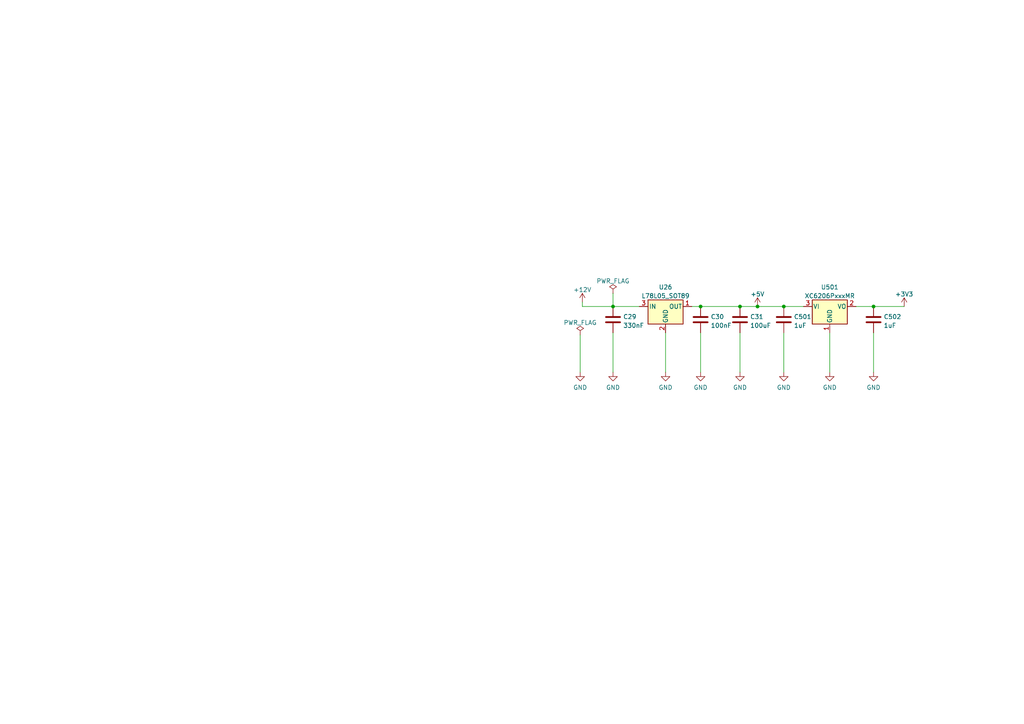
<source format=kicad_sch>
(kicad_sch (version 20211123) (generator eeschema)
  (paper "A4")
  (lib_symbols
    (symbol "Device:C" (pin_numbers hide) (pin_names (offset 0.254))
      (property "Reference" "C" (at 0.635 2.54 0))
      (property "Value" "C" (at 0.635 -2.54 0))
      (symbol "C_0_1"
        (polyline (pts (xy -2.032 -0.762) (xy 2.032 -0.762)) (stroke (width 0.508)))
        (polyline (pts (xy -2.032 0.762) (xy 2.032 0.762)) (stroke (width 0.508)))
      )
      (symbol "C_1_1"
        (pin passive line (at 0 3.81 270) (length 2.794) (name "~") (number "1"))
        (pin passive line (at 0 -3.81 90) (length 2.794) (name "~") (number "2"))
      )
    )
    (symbol "Regulator_Linear:L78L05_SOT89" (pin_names (offset 0.254))
      (property "Reference" "U" (at -3.81 3.175 0))
      (property "Value" "L78L05_SOT89" (at -0.635 3.175 0))
      (symbol "L78L05_SOT89_0_1"
        (rectangle (start -5.08 1.905) (end 5.08 -5.08) (stroke (width 0.254)) (fill (type background)))
      )
      (symbol "L78L05_SOT89_1_1"
        (pin power_out line (at 7.62 0 180) (length 2.54) (name "OUT") (number "1"))
        (pin power_in line (at 0 -7.62 90) (length 2.54) (name "GND") (number "2"))
        (pin power_in line (at -7.62 0 0) (length 2.54) (name "IN") (number "3"))
      )
    )
    (symbol "Regulator_Linear:XC6206PxxxMR" (pin_names (offset 0.254))
      (property "Reference" "U" (at -3.81 3.175 0))
      (property "Value" "XC6206PxxxMR" (at 0 3.175 0))
      (symbol "XC6206PxxxMR_0_1"
        (rectangle (start -5.08 1.905) (end 5.08 -5.08) (stroke (width 0.254)) (fill (type background)))
      )
      (symbol "XC6206PxxxMR_1_1"
        (pin power_in line (at 0 -7.62 90) (length 2.54) (name "GND") (number "1"))
        (pin power_out line (at 7.62 0 180) (length 2.54) (name "VO") (number "2"))
        (pin power_in line (at -7.62 0 0) (length 2.54) (name "VI") (number "3"))
      )
    )
    (symbol "power:+12V" (power) (pin_names (offset 0))
      (property "Value" "+12V" (at 0 3.556 0))
      (symbol "+12V_0_1"
        (polyline (pts (xy -0.762 1.27) (xy 0 2.54)))
        (polyline (pts (xy 0 0) (xy 0 2.54)))
        (polyline (pts (xy 0 2.54) (xy 0.762 1.27)))
      )
      (symbol "+12V_1_1"
        (pin power_in line (at 0 0 90) (length 0) hide (name "+12V") (number "1"))
      )
    )
    (symbol "power:+3V3" (power) (pin_names (offset 0))
      (property "Value" "+3V3" (at 0 3.556 0))
      (symbol "+3V3_0_1"
        (polyline (pts (xy -0.762 1.27) (xy 0 2.54)))
        (polyline (pts (xy 0 0) (xy 0 2.54)))
        (polyline (pts (xy 0 2.54) (xy 0.762 1.27)))
      )
      (symbol "+3V3_1_1"
        (pin power_in line (at 0 0 90) (length 0) hide (name "+3V3") (number "1"))
      )
    )
    (symbol "power:+5V" (power) (pin_names (offset 0))
      (property "Value" "+5V" (at 0 3.556 0))
      (symbol "+5V_0_1"
        (polyline (pts (xy -0.762 1.27) (xy 0 2.54)))
        (polyline (pts (xy 0 0) (xy 0 2.54)))
        (polyline (pts (xy 0 2.54) (xy 0.762 1.27)))
      )
      (symbol "+5V_1_1"
        (pin power_in line (at 0 0 90) (length 0) hide (name "+5V") (number "1"))
      )
    )
    (symbol "power:GND" (power) (pin_names (offset 0))
      (property "Value" "GND" (at 0 -3.81 0))
      (symbol "GND_0_1"
        (polyline (pts (xy 0 0) (xy 0 -1.27) (xy 1.27 -1.27) (xy 0 -2.54) (xy -1.27 -1.27) (xy 0 -1.27)))
      )
      (symbol "GND_1_1"
        (pin power_in line (at 0 0 270) (length 0) hide (name "GND") (number "1"))
      )
    )
    (symbol "power:PWR_FLAG" (power) (pin_numbers hide) (pin_names (offset 0) hide)
      (property "Value" "PWR_FLAG" (at 0 3.81 0))
      (symbol "PWR_FLAG_0_0"
        (pin power_out line (at 0 0 90) (length 0) (name "pwr") (number "1"))
      )
      (symbol "PWR_FLAG_0_1"
        (polyline (pts (xy 0 0) (xy 0 1.27) (xy -1.016 1.905) (xy 0 2.54) (xy 1.016 1.905) (xy 0 1.27)))
      )
    )
  )
  (junction (at 219.71 88.9))
  (junction (at 203.2 88.9))
  (junction (at 214.63 88.9))
  (junction (at 177.8 88.9))
  (junction (at 227.33 88.9))
  (junction (at 253.365 88.9))
  (wire (pts (xy 177.8 88.9) (xy 185.42 88.9)))
  (wire (pts (xy 219.71 88.9) (xy 227.33 88.9)))
  (wire (pts (xy 168.275 97.155) (xy 168.275 107.95)))
  (wire (pts (xy 248.285 88.9) (xy 253.365 88.9)))
  (wire (pts (xy 203.2 96.52) (xy 203.2 107.95)))
  (wire (pts (xy 177.8 85.09) (xy 177.8 88.9)))
  (wire (pts (xy 168.91 88.9) (xy 177.8 88.9)))
  (wire (pts (xy 214.63 96.52) (xy 214.63 107.95)))
  (wire (pts (xy 240.665 96.52) (xy 240.665 107.95)))
  (wire (pts (xy 214.63 88.9) (xy 219.71 88.9)))
  (wire (pts (xy 253.365 96.52) (xy 253.365 107.95)))
  (wire (pts (xy 177.8 96.52) (xy 177.8 107.95)))
  (wire (pts (xy 227.33 88.9) (xy 233.045 88.9)))
  (wire (pts (xy 193.04 96.52) (xy 193.04 107.95)))
  (wire (pts (xy 168.91 87.63) (xy 168.91 88.9)))
  (wire (pts (xy 227.33 96.52) (xy 227.33 107.95)))
  (wire (pts (xy 200.66 88.9) (xy 203.2 88.9)))
  (wire (pts (xy 203.2 88.9) (xy 214.63 88.9)))
  (wire (pts (xy 253.365 88.9) (xy 262.255 88.9)))
  (symbol (lib_id "power:GND") (at 214.63 107.95 0) (unit 1)
    (property "Reference" "#PWR087" (effects hide))
    (property "Value" "GND" (at 214.63 112.3934 0))
  )
  (symbol (lib_id "Device:C") (at 203.2 92.71 0) (unit 1)
    (property "Reference" "C30" (at 206.121 91.8753 0) (effects (justify left)))
    (property "Value" "100nF" (at 206.121 94.4122 0) (effects (justify left)))
    (property "Footprint" "Capacitor_SMD:C_0603_1608Metric_Pad1.08x0.95mm_HandSolder" (effects hide))
    (property "JLCPCB Part#" "C14663" (effects hide))
  )
  (symbol (lib_id "power:GND") (at 168.275 107.95 0) (unit 1)
    (property "Reference" "#PWR0112" (effects hide))
    (property "Value" "GND" (at 168.275 112.3934 0))
  )
  (symbol (lib_id "Regulator_Linear:XC6206PxxxMR") (at 240.665 88.9 0) (unit 1)
    (property "Reference" "U501" (at 240.665 83.2952 0))
    (property "Value" "XC6206PxxxMR" (at 240.665 85.8321 0))
    (property "Footprint" "Package_TO_SOT_SMD:SOT-23" (effects hide))
    (property "Datasheet" "https://www.torexsemi.com/file/xc6206/XC6206.pdf" (effects hide))
    (property "JLCPCB Part#" "C5446" (effects hide))
  )
  (symbol (lib_id "Regulator_Linear:L78L05_SOT89") (at 193.04 88.9 0) (unit 1)
    (property "Reference" "U26" (at 193.04 83.2952 0))
    (property "Value" "L78L05_SOT89" (at 193.04 85.8321 0))
    (property "Footprint" "Package_TO_SOT_SMD:SOT-89-3" (effects hide))
    (property "Datasheet" "http://www.st.com/content/ccc/resource/technical/document/datasheet/15/55/e5/aa/23/5b/43/fd/CD00000446.pdf/files/CD00000446.pdf/jcr:content/translations/en.CD00000446.pdf" (effects hide))
    (property "JLCPCB Part#" "C71136" (effects hide))
  )
  (symbol (lib_id "power:+3V3") (at 262.255 88.9 0) (unit 1)
    (property "Reference" "#PWR0110" (effects hide))
    (property "Value" "+3V3" (at 262.255 85.3242 0))
  )
  (symbol (lib_id "power:PWR_FLAG") (at 168.275 97.155 0) (unit 1)
    (property "Reference" "#FLG0104" (effects hide))
    (property "Value" "PWR_FLAG" (at 168.275 93.5792 0))
  )
  (symbol (lib_id "power:+12V") (at 168.91 87.63 0) (unit 1)
    (property "Reference" "#PWR0111" (effects hide))
    (property "Value" "+12V" (at 168.91 84.0542 0))
  )
  (symbol (lib_id "Device:C") (at 227.33 92.71 0) (unit 1)
    (property "Reference" "C501" (at 230.251 91.8753 0) (effects (justify left)))
    (property "Value" "1uF" (at 230.251 94.4122 0) (effects (justify left)))
    (property "Footprint" "Capacitor_SMD:C_0603_1608Metric_Pad1.08x0.95mm_HandSolder" (effects hide))
    (property "JLCPCB Part#" "C15849" (effects hide))
  )
  (symbol (lib_id "power:+5V") (at 219.71 88.9 0) (unit 1)
    (property "Reference" "#PWR082" (effects hide))
    (property "Value" "+5V" (at 219.71 85.3242 0))
  )
  (symbol (lib_id "power:GND") (at 240.665 107.95 0) (unit 1)
    (property "Reference" "#PWR0109" (effects hide))
    (property "Value" "GND" (at 240.665 112.3934 0))
  )
  (symbol (lib_id "power:GND") (at 203.2 107.95 0) (unit 1)
    (property "Reference" "#PWR086" (effects hide))
    (property "Value" "GND" (at 203.2 112.3934 0))
  )
  (symbol (lib_id "power:PWR_FLAG") (at 177.8 85.09 0) (unit 1)
    (property "Reference" "#FLG0103" (effects hide))
    (property "Value" "PWR_FLAG" (at 177.8 81.5142 0))
  )
  (symbol (lib_id "power:GND") (at 253.365 107.95 0) (unit 1)
    (property "Reference" "#PWR0108" (effects hide))
    (property "Value" "GND" (at 253.365 112.3934 0))
  )
  (symbol (lib_id "power:GND") (at 177.8 107.95 0) (unit 1)
    (property "Reference" "#PWR084" (effects hide))
    (property "Value" "GND" (at 177.8 112.3934 0))
  )
  (symbol (lib_id "Device:C") (at 177.8 92.71 0) (unit 1)
    (property "Reference" "C29" (at 180.721 91.8753 0) (effects (justify left)))
    (property "Value" "330nF" (at 180.721 94.4122 0) (effects (justify left)))
    (property "Footprint" "Capacitor_SMD:C_0603_1608Metric_Pad1.08x0.95mm_HandSolder" (effects hide))
    (property "JLCPCB Part#" "C1615" (effects hide))
  )
  (symbol (lib_id "power:GND") (at 227.33 107.95 0) (unit 1)
    (property "Reference" "#PWR0107" (effects hide))
    (property "Value" "GND" (at 227.33 112.3934 0))
  )
  (symbol (lib_id "Device:C") (at 214.63 92.71 0) (unit 1)
    (property "Reference" "C31" (at 217.551 91.8753 0) (effects (justify left)))
    (property "Value" "100uF" (at 217.551 94.4122 0) (effects (justify left)))
    (property "Footprint" "Capacitor_SMD:C_1206_3216Metric_Pad1.33x1.80mm_HandSolder" (effects hide))
    (property "JLCPCB Part#" "C15008" (effects hide))
  )
  (symbol (lib_id "Device:C") (at 253.365 92.71 0) (unit 1)
    (property "Reference" "C502" (at 256.286 91.8753 0) (effects (justify left)))
    (property "Value" "1uF" (at 256.286 94.4122 0) (effects (justify left)))
    (property "Footprint" "Capacitor_SMD:C_0603_1608Metric_Pad1.08x0.95mm_HandSolder" (effects hide))
    (property "JLCPCB Part#" "C15849" (effects hide))
  )
  (symbol (lib_id "power:GND") (at 193.04 107.95 0) (unit 1)
    (property "Reference" "#PWR085" (effects hide))
    (property "Value" "GND" (at 193.04 112.3934 0))
  )
)
</source>
